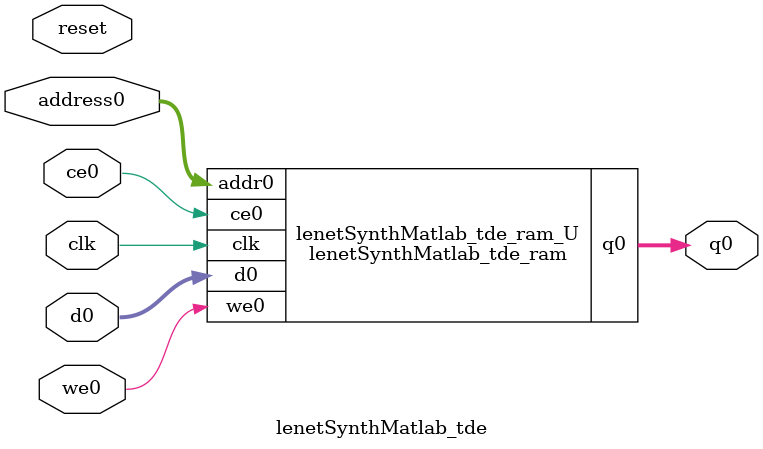
<source format=v>

`timescale 1 ns / 1 ps
module lenetSynthMatlab_tde_ram (addr0, ce0, d0, we0, q0,  clk);

parameter DWIDTH = 64;
parameter AWIDTH = 7;
parameter MEM_SIZE = 80;

input[AWIDTH-1:0] addr0;
input ce0;
input[DWIDTH-1:0] d0;
input we0;
output reg[DWIDTH-1:0] q0;
input clk;

(* ram_style = "block" *)reg [DWIDTH-1:0] ram[0:MEM_SIZE-1];




always @(posedge clk)  
begin 
    if (ce0) 
    begin
        if (we0) 
        begin 
            ram[addr0] <= d0; 
            q0 <= d0;
        end 
        else 
            q0 <= ram[addr0];
    end
end


endmodule


`timescale 1 ns / 1 ps
module lenetSynthMatlab_tde(
    reset,
    clk,
    address0,
    ce0,
    we0,
    d0,
    q0);

parameter DataWidth = 32'd64;
parameter AddressRange = 32'd80;
parameter AddressWidth = 32'd7;
input reset;
input clk;
input[AddressWidth - 1:0] address0;
input ce0;
input we0;
input[DataWidth - 1:0] d0;
output[DataWidth - 1:0] q0;



lenetSynthMatlab_tde_ram lenetSynthMatlab_tde_ram_U(
    .clk( clk ),
    .addr0( address0 ),
    .ce0( ce0 ),
    .we0( we0 ),
    .d0( d0 ),
    .q0( q0 ));

endmodule


</source>
